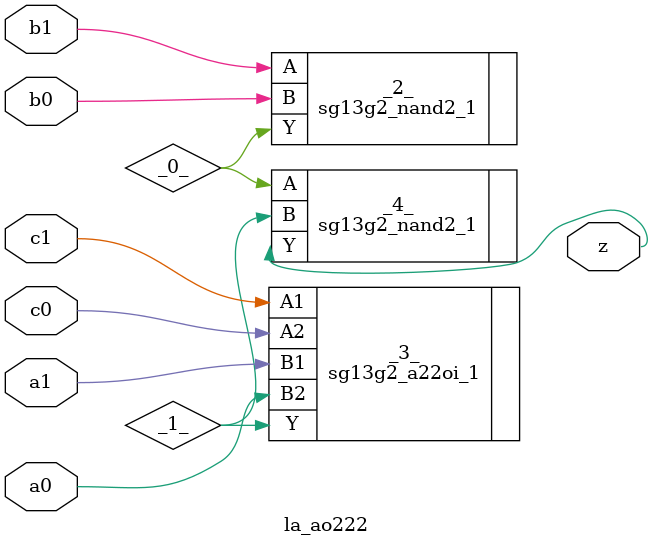
<source format=v>

/* Generated by Yosys 0.44 (git sha1 80ba43d26, g++ 11.4.0-1ubuntu1~22.04 -fPIC -O3) */

(* top =  1  *)
(* src = "generated" *)
module la_ao222 (
    a0,
    a1,
    b0,
    b1,
    c0,
    c1,
    z
);
  wire _0_;
  wire _1_;
  (* src = "generated" *)
  input a0;
  wire a0;
  (* src = "generated" *)
  input a1;
  wire a1;
  (* src = "generated" *)
  input b0;
  wire b0;
  (* src = "generated" *)
  input b1;
  wire b1;
  (* src = "generated" *)
  input c0;
  wire c0;
  (* src = "generated" *)
  input c1;
  wire c1;
  (* src = "generated" *)
  output z;
  wire z;
  sg13g2_nand2_1 _2_ (
      .A(b1),
      .B(b0),
      .Y(_0_)
  );
  sg13g2_a22oi_1 _3_ (
      .A1(c1),
      .A2(c0),
      .B1(a1),
      .B2(a0),
      .Y (_1_)
  );
  sg13g2_nand2_1 _4_ (
      .A(_0_),
      .B(_1_),
      .Y(z)
  );
endmodule

</source>
